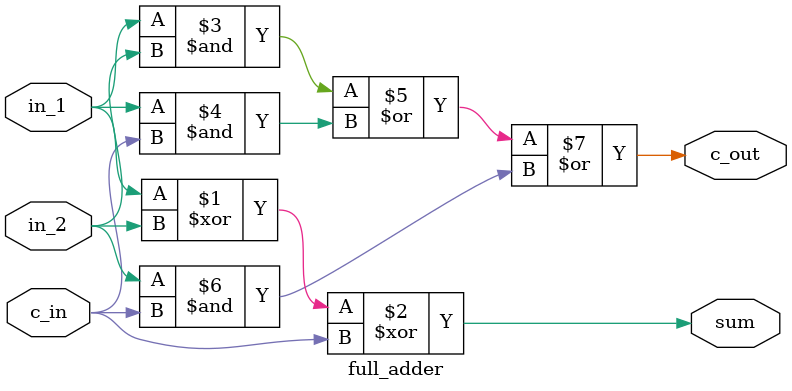
<source format=v>

module full_adder(in_1, in_2, c_in, sum, c_out);

    input in_1, in_2, c_in;
    output sum, c_out;

    assign sum = in_1 ^ in_2 ^ c_in;
    assign c_out = in_1 & in_2 | in_1 & c_in | in_2 & c_in;

endmodule
</source>
